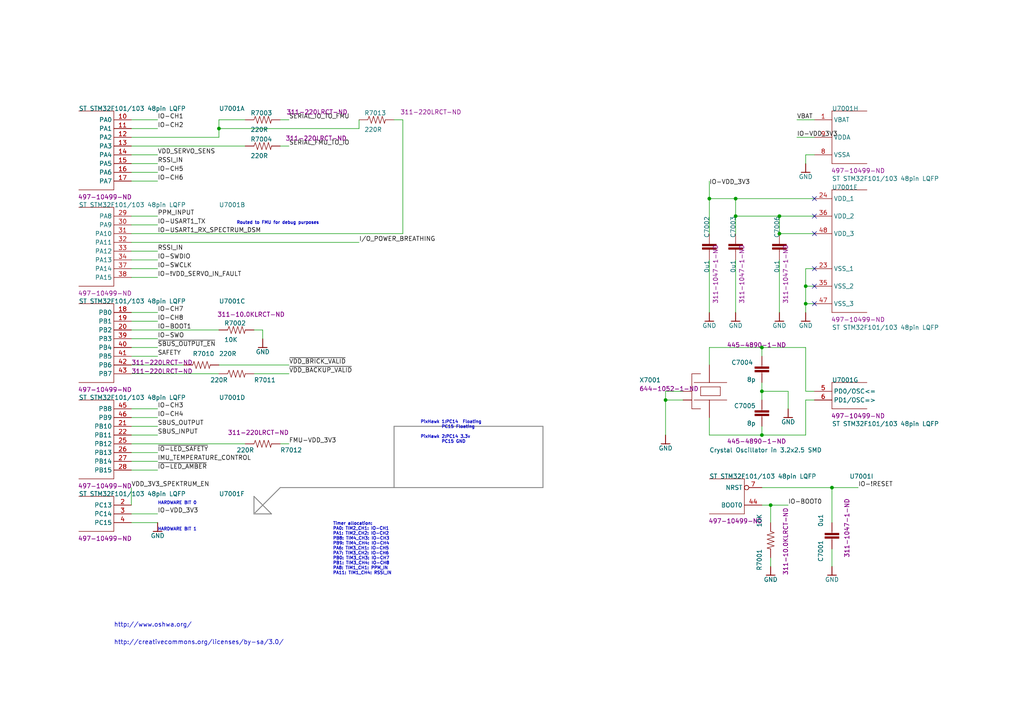
<source format=kicad_sch>
(kicad_sch (version 20250114) (generator "eeschema") (generator_version "9.0")
  (paper "A4")
  (title_block (title "Pixhawk_mini_8L.sch") (date "18/08/2014 1:53:23 PM"))
  (lib_symbols
    (symbol "IO_FMU3_REV_C-altium-import:GND_BAR" (power)
      (property "Value" "GND" (at 0 -3.81 0))
      (symbol "GND_BAR_0_0"
        (polyline (pts (xy -1.27 -2.54) (xy 1.27 -2.54)) (stroke (width 0.254)))
        (polyline (pts (xy 0 0) (xy 0 -2.54)) (stroke (width 0.254)))
        (pin power_in line (at 0 0 0) (length 0) (hide yes) (name "GND") (number ""))
      )
    )
    (symbol "pixhawk2:root_0_RESISTOR0402-RES_pixhawk2.IntLib" (pin_numbers (hide yes)) (pin_names (hide yes))
      (symbol "root_0_RESISTOR0402-RES_pixhawk2.IntLib_1_0"
        (polyline (pts (xy -2.159 1.016) (xy -2.54 0)) (stroke (width 0) (color 128 0 0 1)))
        (polyline (pts (xy -1.524 -1.016) (xy -2.159 1.016)) (stroke (width 0) (color 128 0 0 1)))
        (polyline (pts (xy -0.889 1.016) (xy -1.524 -1.016)) (stroke (width 0) (color 128 0 0 1)))
        (polyline (pts (xy -0.254 -1.016) (xy -0.889 1.016)) (stroke (width 0) (color 128 0 0 1)))
        (polyline (pts (xy 0.381 1.016) (xy -0.254 -1.016)) (stroke (width 0) (color 128 0 0 1)))
        (polyline (pts (xy 1.016 -1.016) (xy 0.381 1.016)) (stroke (width 0) (color 128 0 0 1)))
        (polyline (pts (xy 1.651 1.016) (xy 1.016 -1.016)) (stroke (width 0) (color 128 0 0 1)))
        (polyline (pts (xy 2.286 -1.016) (xy 1.651 1.016)) (stroke (width 0) (color 128 0 0 1)))
        (polyline (pts (xy 2.54 0) (xy 2.286 -1.016)) (stroke (width 0) (color 128 0 0 1)))
        (pin passive line (at -5.08 0 0) (length 2.54) (name "1") (number "P$1"))
        (pin passive line (at 5.08 0 180) (length 2.54) (name "2") (number "P$2"))
      )
    )
    (symbol "pixhawk2:root_0_STM32F10XCXT6_pixhawk2.SCHLIB"
      (symbol "root_0_STM32F10XCXT6_pixhawk2.SCHLIB_1_0"
        (polyline (pts (xy -2.54 10.16) (xy 7.62 10.16)) (stroke (width 0) (color 128 0 0 1)))
        (polyline (pts (xy -2.54 -12.7) (xy -2.54 10.16)) (stroke (width 0) (color 128 0 0 1)))
        (polyline (pts (xy 7.62 -12.7) (xy -2.54 -12.7)) (stroke (width 0) (color 128 0 0 1)))
        (pin passive line (at -7.62 7.62 0) (length 5.08) (name "PA0") (number "10"))
        (pin passive line (at -7.62 5.08 0) (length 5.08) (name "PA1") (number "11"))
        (pin passive line (at -7.62 2.54 0) (length 5.08) (name "PA2") (number "12"))
        (pin passive line (at -7.62 0 0) (length 5.08) (name "PA3") (number "13"))
        (pin passive line (at -7.62 -2.54 0) (length 5.08) (name "PA4") (number "14"))
        (pin passive line (at -7.62 -5.08 0) (length 5.08) (name "PA5") (number "15"))
        (pin passive line (at -7.62 -7.62 0) (length 5.08) (name "PA6") (number "16"))
        (pin passive line (at -7.62 -10.16 0) (length 5.08) (name "PA7") (number "17"))
      )
      (symbol "root_0_STM32F10XCXT6_pixhawk2.SCHLIB_2_0"
        (polyline (pts (xy -2.54 12.7) (xy 7.62 12.7)) (stroke (width 0) (color 128 0 0 1)))
        (polyline (pts (xy -2.54 -10.16) (xy -2.54 12.7)) (stroke (width 0) (color 128 0 0 1)))
        (polyline (pts (xy 7.62 -10.16) (xy -2.54 -10.16)) (stroke (width 0) (color 128 0 0 1)))
        (pin passive line (at -7.62 10.16 0) (length 5.08) (name "PA8") (number "29"))
        (pin passive line (at -7.62 7.62 0) (length 5.08) (name "PA9") (number "30"))
        (pin passive line (at -7.62 5.08 0) (length 5.08) (name "PA10") (number "31"))
        (pin passive line (at -7.62 2.54 0) (length 5.08) (name "PA11") (number "32"))
        (pin passive line (at -7.62 0 0) (length 5.08) (name "PA12") (number "33"))
        (pin passive line (at -7.62 -2.54 0) (length 5.08) (name "PA13") (number "34"))
        (pin passive line (at -7.62 -5.08 0) (length 5.08) (name "PA14") (number "37"))
        (pin passive line (at -7.62 -7.62 0) (length 5.08) (name "PA15") (number "38"))
      )
      (symbol "root_0_STM32F10XCXT6_pixhawk2.SCHLIB_3_0"
        (polyline (pts (xy -5.08 -10.16) (xy 5.08 -10.16)) (stroke (width 0) (color 128 0 0 1)))
        (polyline (pts (xy 5.08 12.7) (xy -5.08 12.7)) (stroke (width 0) (color 128 0 0 1)))
        (polyline (pts (xy 5.08 -10.16) (xy 5.08 12.7)) (stroke (width 0) (color 128 0 0 1)))
        (pin passive line (at 10.16 10.16 180) (length 5.08) (name "PB0") (number "18"))
        (pin passive line (at 10.16 7.62 180) (length 5.08) (name "PB1") (number "19"))
        (pin passive line (at 10.16 5.08 180) (length 5.08) (name "PB2") (number "20"))
        (pin passive line (at 10.16 2.54 180) (length 5.08) (name "PB3") (number "39"))
        (pin passive line (at 10.16 0 180) (length 5.08) (name "PB4") (number "40"))
        (pin passive line (at 10.16 -2.54 180) (length 5.08) (name "PB5") (number "41"))
        (pin passive line (at 10.16 -5.08 180) (length 5.08) (name "PB6") (number "42"))
        (pin passive line (at 10.16 -7.62 180) (length 5.08) (name "PB7") (number "43"))
      )
      (symbol "root_0_STM32F10XCXT6_pixhawk2.SCHLIB_4_0"
        (polyline (pts (xy -5.08 -12.7) (xy 5.08 -12.7)) (stroke (width 0) (color 128 0 0 1)))
        (polyline (pts (xy 5.08 10.16) (xy -5.08 10.16)) (stroke (width 0) (color 128 0 0 1)))
        (polyline (pts (xy 5.08 -12.7) (xy 5.08 10.16)) (stroke (width 0) (color 128 0 0 1)))
        (pin passive line (at 10.16 7.62 180) (length 5.08) (name "PB8") (number "45"))
        (pin passive line (at 10.16 5.08 180) (length 5.08) (name "PB9") (number "46"))
        (pin passive line (at 10.16 2.54 180) (length 5.08) (name "PB10") (number "21"))
        (pin passive line (at 10.16 0 180) (length 5.08) (name "PB11") (number "22"))
        (pin passive line (at 10.16 -2.54 180) (length 5.08) (name "PB12") (number "25"))
        (pin passive line (at 10.16 -5.08 180) (length 5.08) (name "PB13") (number "26"))
        (pin passive line (at 10.16 -7.62 180) (length 5.08) (name "PB14") (number "27"))
        (pin passive line (at 10.16 -10.16 180) (length 5.08) (name "PB15") (number "28"))
      )
      (symbol "root_0_STM32F10XCXT6_pixhawk2.SCHLIB_5_0"
        (polyline (pts (xy -5.08 17.78) (xy 5.08 17.78)) (stroke (width 0) (color 128 0 0 1)))
        (polyline (pts (xy -5.08 -17.78) (xy -5.08 17.78)) (stroke (width 0) (color 128 0 0 1)))
        (polyline (pts (xy 5.08 -17.78) (xy -5.08 -17.78)) (stroke (width 0) (color 128 0 0 1)))
        (pin power_in line (at -10.16 15.24 0) (length 5.08) (name "VDD_1") (number "24"))
        (pin power_in line (at -10.16 10.16 0) (length 5.08) (name "VDD_2") (number "36"))
        (pin power_in line (at -10.16 5.08 0) (length 5.08) (name "VDD_3") (number "48"))
        (pin power_in line (at -10.16 -5.08 0) (length 5.08) (name "VSS_1") (number "23"))
        (pin power_in line (at -10.16 -10.16 0) (length 5.08) (name "VSS_2") (number "35"))
        (pin power_in line (at -10.16 -15.24 0) (length 5.08) (name "VSS_3") (number "47"))
      )
      (symbol "root_0_STM32F10XCXT6_pixhawk2.SCHLIB_6_0"
        (polyline (pts (xy -2.54 5.08) (xy 7.62 5.08)) (stroke (width 0) (color 128 0 0 1)))
        (polyline (pts (xy -2.54 -5.08) (xy -2.54 5.08)) (stroke (width 0) (color 128 0 0 1)))
        (polyline (pts (xy 7.62 -5.08) (xy -2.54 -5.08)) (stroke (width 0) (color 128 0 0 1)))
        (pin passive line (at -7.62 2.54 0) (length 5.08) (name "PC13") (number "2"))
        (pin passive line (at -7.62 0 0) (length 5.08) (name "PC14") (number "3"))
        (pin passive line (at -7.62 -2.54 0) (length 5.08) (name "PC15") (number "4"))
      )
      (symbol "root_0_STM32F10XCXT6_pixhawk2.SCHLIB_7_0"
        (polyline (pts (xy -7.62 -5.08) (xy 2.54 -5.08)) (stroke (width 0) (color 128 0 0 1)))
        (polyline (pts (xy 2.54 2.54) (xy -7.62 2.54)) (stroke (width 0) (color 128 0 0 1)))
        (polyline (pts (xy 2.54 -5.08) (xy 2.54 2.54)) (stroke (width 0) (color 128 0 0 1)))
        (pin passive line (at 7.62 0 180) (length 5.08) (name "PD0/OSC<=") (number "5"))
        (pin passive line (at 7.62 -2.54 180) (length 5.08) (name "PD1/OSC=>") (number "6"))
      )
      (symbol "root_0_STM32F10XCXT6_pixhawk2.SCHLIB_8_0"
        (polyline (pts (xy -5.08 -7.62) (xy 5.08 -7.62)) (stroke (width 0) (color 128 0 0 1)))
        (polyline (pts (xy 5.08 7.62) (xy -5.08 7.62)) (stroke (width 0) (color 128 0 0 1)))
        (polyline (pts (xy 5.08 -7.62) (xy 5.08 7.62)) (stroke (width 0) (color 128 0 0 1)))
        (pin power_in line (at 10.16 5.08 180) (length 5.08) (name "VBAT") (number "1"))
        (pin power_in line (at 10.16 0 180) (length 5.08) (name "VDDA") (number "9"))
        (pin power_in line (at 10.16 -5.08 180) (length 5.08) (name "VSSA") (number "8"))
      )
      (symbol "root_0_STM32F10XCXT6_pixhawk2.SCHLIB_9_0"
        (polyline (pts (xy -5.08 -5.08) (xy 5.08 -5.08)) (stroke (width 0) (color 128 0 0 1)))
        (polyline (pts (xy 5.08 5.08) (xy -5.08 5.08)) (stroke (width 0) (color 128 0 0 1)))
        (polyline (pts (xy 5.08 -5.08) (xy 5.08 5.08)) (stroke (width 0) (color 128 0 0 1)))
        (pin passive inverted (at 10.16 2.54 180) (length 5.08) (name "NRST") (number "7"))
        (pin passive line (at 10.16 -2.54 180) (length 5.08) (name "BOOT0") (number "44"))
      )
    )
    (symbol "pixhawk2:root_0_mirrored_CAP0402_pixhawk2.IntLib" (pin_numbers (hide yes)) (pin_names (hide yes))
      (symbol "root_0_mirrored_CAP0402_pixhawk2.IntLib_1_0"
        (polyline (pts (xy 0 2.032) (xy 0 2.54)) (stroke (width 0) (color 128 0 0 1)))
        (polyline (pts (xy 0 0.508) (xy 0 0)) (stroke (width 0) (color 128 0 0 1)))
        (rectangle (start 2.032 2.032) (end -2.032 1.524) (stroke (width 0) (color 128 0 0 1)) (fill (type outline)))
        (rectangle (start 2.032 1.016) (end -2.032 0.508) (stroke (width 0) (color 128 0 0 1)) (fill (type outline)))
        (pin passive line (at 0 5.08 270) (length 2.54) (name "1") (number "P$1"))
        (pin passive line (at 0 -2.54 90) (length 2.54) (name "2") (number "P$2"))
      )
    )
    (symbol "pixhawk2:root_0_mirrored_OSCILLATOR-3.2X2.5_pixhawk2.SCHLIB" (pin_numbers (hide yes)) (pin_names (hide yes))
      (symbol "root_0_mirrored_OSCILLATOR-3.2X2.5_pixhawk2.SCHLIB_1_0"
        (polyline (pts (xy -5.08 7.62) (xy -5.08 -2.54)) (stroke (width 0) (color 128 0 0 1)))
        (polyline (pts (xy -5.08 -2.54) (xy -2.54 -2.54)) (stroke (width 0) (color 128 0 0 1)))
        (polyline (pts (xy -4.445 5.08) (xy 5.08 5.08)) (stroke (width 0) (color 128 0 0 1)))
        (polyline (pts (xy -4.445 0) (xy 5.08 0)) (stroke (width 0) (color 128 0 0 1)))
        (polyline (pts (xy -2.54 7.62) (xy -5.08 7.62)) (stroke (width 0) (color 128 0 0 1)))
        (polyline (pts (xy -2.54 3.81) (xy 3.175 3.81)) (stroke (width 0) (color 128 0 0 1)))
        (polyline (pts (xy -2.54 1.27) (xy -2.54 3.81)) (stroke (width 0) (color 128 0 0 1)))
        (polyline (pts (xy 3.175 3.81) (xy 3.175 1.27)) (stroke (width 0) (color 128 0 0 1)))
        (polyline (pts (xy 3.175 1.27) (xy -2.54 1.27)) (stroke (width 0) (color 128 0 0 1)))
        (pin open_emitter line (at -7.62 2.54 0) (length 2.54) (name "NC_4") (number "4"))
        (pin open_emitter line (at -7.62 0 0) (length 2.54) (name "NC_2") (number "2"))
        (pin passive line (at 0 10.16 270) (length 5.08) (name "3") (number "3"))
        (pin passive line (at 0 -5.08 90) (length 5.08) (name "1") (number "1"))
      )
    )
    (symbol "pixhawk2:root_0_mirrored_STM32F10XCXT6_pixhawk2.SCHLIB"
      (symbol "root_0_mirrored_STM32F10XCXT6_pixhawk2.SCHLIB_1_0"
        (polyline (pts (xy -7.62 -12.7) (xy 2.54 -12.7)) (stroke (width 0) (color 128 0 0 1)))
        (polyline (pts (xy 2.54 10.16) (xy -7.62 10.16)) (stroke (width 0) (color 128 0 0 1)))
        (polyline (pts (xy 2.54 -12.7) (xy 2.54 10.16)) (stroke (width 0) (color 128 0 0 1)))
        (pin passive line (at 7.62 7.62 180) (length 5.08) (name "PA0") (number "10"))
        (pin passive line (at 7.62 5.08 180) (length 5.08) (name "PA1") (number "11"))
        (pin passive line (at 7.62 2.54 180) (length 5.08) (name "PA2") (number "12"))
        (pin passive line (at 7.62 0 180) (length 5.08) (name "PA3") (number "13"))
        (pin passive line (at 7.62 -2.54 180) (length 5.08) (name "PA4") (number "14"))
        (pin passive line (at 7.62 -5.08 180) (length 5.08) (name "PA5") (number "15"))
        (pin passive line (at 7.62 -7.62 180) (length 5.08) (name "PA6") (number "16"))
        (pin passive line (at 7.62 -10.16 180) (length 5.08) (name "PA7") (number "17"))
      )
      (symbol "root_0_mirrored_STM32F10XCXT6_pixhawk2.SCHLIB_2_0"
        (polyline (pts (xy -7.62 -10.16) (xy 2.54 -10.16)) (stroke (width 0) (color 128 0 0 1)))
        (polyline (pts (xy 2.54 12.7) (xy -7.62 12.7)) (stroke (width 0) (color 128 0 0 1)))
        (polyline (pts (xy 2.54 -10.16) (xy 2.54 12.7)) (stroke (width 0) (color 128 0 0 1)))
        (pin passive line (at 7.62 10.16 180) (length 5.08) (name "PA8") (number "29"))
        (pin passive line (at 7.62 7.62 180) (length 5.08) (name "PA9") (number "30"))
        (pin passive line (at 7.62 5.08 180) (length 5.08) (name "PA10") (number "31"))
        (pin passive line (at 7.62 2.54 180) (length 5.08) (name "PA11") (number "32"))
        (pin passive line (at 7.62 0 180) (length 5.08) (name "PA12") (number "33"))
        (pin passive line (at 7.62 -2.54 180) (length 5.08) (name "PA13") (number "34"))
        (pin passive line (at 7.62 -5.08 180) (length 5.08) (name "PA14") (number "37"))
        (pin passive line (at 7.62 -7.62 180) (length 5.08) (name "PA15") (number "38"))
      )
      (symbol "root_0_mirrored_STM32F10XCXT6_pixhawk2.SCHLIB_3_0"
        (polyline (pts (xy -5.08 12.7) (xy 5.08 12.7)) (stroke (width 0) (color 128 0 0 1)))
        (polyline (pts (xy -5.08 -10.16) (xy -5.08 12.7)) (stroke (width 0) (color 128 0 0 1)))
        (polyline (pts (xy 5.08 -10.16) (xy -5.08 -10.16)) (stroke (width 0) (color 128 0 0 1)))
        (pin passive line (at -10.16 10.16 0) (length 5.08) (name "PB0") (number "18"))
        (pin passive line (at -10.16 7.62 0) (length 5.08) (name "PB1") (number "19"))
        (pin passive line (at -10.16 5.08 0) (length 5.08) (name "PB2") (number "20"))
        (pin passive line (at -10.16 2.54 0) (length 5.08) (name "PB3") (number "39"))
        (pin passive line (at -10.16 0 0) (length 5.08) (name "PB4") (number "40"))
        (pin passive line (at -10.16 -2.54 0) (length 5.08) (name "PB5") (number "41"))
        (pin passive line (at -10.16 -5.08 0) (length 5.08) (name "PB6") (number "42"))
        (pin passive line (at -10.16 -7.62 0) (length 5.08) (name "PB7") (number "43"))
      )
      (symbol "root_0_mirrored_STM32F10XCXT6_pixhawk2.SCHLIB_4_0"
        (polyline (pts (xy -5.08 10.16) (xy 5.08 10.16)) (stroke (width 0) (color 128 0 0 1)))
        (polyline (pts (xy -5.08 -12.7) (xy -5.08 10.16)) (stroke (width 0) (color 128 0 0 1)))
        (polyline (pts (xy 5.08 -12.7) (xy -5.08 -12.7)) (stroke (width 0) (color 128 0 0 1)))
        (pin passive line (at -10.16 7.62 0) (length 5.08) (name "PB8") (number "45"))
        (pin passive line (at -10.16 5.08 0) (length 5.08) (name "PB9") (number "46"))
        (pin passive line (at -10.16 2.54 0) (length 5.08) (name "PB10") (number "21"))
        (pin passive line (at -10.16 0 0) (length 5.08) (name "PB11") (number "22"))
        (pin passive line (at -10.16 -2.54 0) (length 5.08) (name "PB12") (number "25"))
        (pin passive line (at -10.16 -5.08 0) (length 5.08) (name "PB13") (number "26"))
        (pin passive line (at -10.16 -7.62 0) (length 5.08) (name "PB14") (number "27"))
        (pin passive line (at -10.16 -10.16 0) (length 5.08) (name "PB15") (number "28"))
      )
      (symbol "root_0_mirrored_STM32F10XCXT6_pixhawk2.SCHLIB_5_0"
        (polyline (pts (xy -5.08 -17.78) (xy 5.08 -17.78)) (stroke (width 0) (color 128 0 0 1)))
        (polyline (pts (xy 5.08 17.78) (xy -5.08 17.78)) (stroke (width 0) (color 128 0 0 1)))
        (polyline (pts (xy 5.08 -17.78) (xy 5.08 17.78)) (stroke (width 0) (color 128 0 0 1)))
        (pin power_in line (at 10.16 15.24 180) (length 5.08) (name "VDD_1") (number "24"))
        (pin power_in line (at 10.16 10.16 180) (length 5.08) (name "VDD_2") (number "36"))
        (pin power_in line (at 10.16 5.08 180) (length 5.08) (name "VDD_3") (number "48"))
        (pin power_in line (at 10.16 -5.08 180) (length 5.08) (name "VSS_1") (number "23"))
        (pin power_in line (at 10.16 -10.16 180) (length 5.08) (name "VSS_2") (number "35"))
        (pin power_in line (at 10.16 -15.24 180) (length 5.08) (name "VSS_3") (number "47"))
      )
      (symbol "root_0_mirrored_STM32F10XCXT6_pixhawk2.SCHLIB_6_0"
        (polyline (pts (xy -7.62 -5.08) (xy 2.54 -5.08)) (stroke (width 0) (color 128 0 0 1)))
        (polyline (pts (xy 2.54 5.08) (xy -7.62 5.08)) (stroke (width 0) (color 128 0 0 1)))
        (polyline (pts (xy 2.54 -5.08) (xy 2.54 5.08)) (stroke (width 0) (color 128 0 0 1)))
        (pin passive line (at 7.62 2.54 180) (length 5.08) (name "PC13") (number "2"))
        (pin passive line (at 7.62 0 180) (length 5.08) (name "PC14") (number "3"))
        (pin passive line (at 7.62 -2.54 180) (length 5.08) (name "PC15") (number "4"))
      )
      (symbol "root_0_mirrored_STM32F10XCXT6_pixhawk2.SCHLIB_7_0"
        (polyline (pts (xy -2.54 2.54) (xy 7.62 2.54)) (stroke (width 0) (color 128 0 0 1)))
        (polyline (pts (xy -2.54 -5.08) (xy -2.54 2.54)) (stroke (width 0) (color 128 0 0 1)))
        (polyline (pts (xy 7.62 -5.08) (xy -2.54 -5.08)) (stroke (width 0) (color 128 0 0 1)))
        (pin passive line (at -7.62 0 0) (length 5.08) (name "PD0/OSC<=") (number "5"))
        (pin passive line (at -7.62 -2.54 0) (length 5.08) (name "PD1/OSC=>") (number "6"))
      )
      (symbol "root_0_mirrored_STM32F10XCXT6_pixhawk2.SCHLIB_8_0"
        (polyline (pts (xy -5.08 7.62) (xy 5.08 7.62)) (stroke (width 0) (color 128 0 0 1)))
        (polyline (pts (xy -5.08 -7.62) (xy -5.08 7.62)) (stroke (width 0) (color 128 0 0 1)))
        (polyline (pts (xy 5.08 -7.62) (xy -5.08 -7.62)) (stroke (width 0) (color 128 0 0 1)))
        (pin power_in line (at -10.16 5.08 0) (length 5.08) (name "VBAT") (number "1"))
        (pin power_in line (at -10.16 0 0) (length 5.08) (name "VDDA") (number "9"))
        (pin power_in line (at -10.16 -5.08 0) (length 5.08) (name "VSSA") (number "8"))
      )
      (symbol "root_0_mirrored_STM32F10XCXT6_pixhawk2.SCHLIB_9_0"
        (polyline (pts (xy -5.08 5.08) (xy 5.08 5.08)) (stroke (width 0) (color 128 0 0 1)))
        (polyline (pts (xy -5.08 -5.08) (xy -5.08 5.08)) (stroke (width 0) (color 128 0 0 1)))
        (polyline (pts (xy 5.08 -5.08) (xy -5.08 -5.08)) (stroke (width 0) (color 128 0 0 1)))
        (pin passive inverted (at -10.16 2.54 0) (length 5.08) (name "NRST") (number "7"))
        (pin passive line (at -10.16 -2.54 0) (length 5.08) (name "BOOT0") (number "44"))
      )
    )
    (symbol "pixhawk2:root_2_CAP0402_pixhawk2.IntLib" (pin_numbers (hide yes)) (pin_names (hide yes))
      (symbol "root_2_CAP0402_pixhawk2.IntLib_1_0"
        (polyline (pts (xy 0 -0.508) (xy 0 0)) (stroke (width 0) (color 128 0 0 1)))
        (polyline (pts (xy 0 -2.032) (xy 0 -2.54)) (stroke (width 0) (color 128 0 0 1)))
        (rectangle (start 2.032 -0.508) (end -2.032 -1.016) (stroke (width 0) (color 128 0 0 1)) (fill (type outline)))
        (rectangle (start 2.032 -1.524) (end -2.032 -2.032) (stroke (width 0) (color 128 0 0 1)) (fill (type outline)))
        (pin passive line (at 0 2.54 270) (length 2.54) (name "2") (number "P$2"))
        (pin passive line (at 0 -5.08 90) (length 2.54) (name "1") (number "P$1"))
      )
    )
    (symbol "pixhawk2:root_3_RESISTOR0402-RES_pixhawk2.IntLib" (pin_numbers (hide yes)) (pin_names (hide yes))
      (symbol "root_3_RESISTOR0402-RES_pixhawk2.IntLib_1_0"
        (polyline (pts (xy -1.016 1.524) (xy 1.016 2.159)) (stroke (width 0) (color 128 0 0 1)))
        (polyline (pts (xy -1.016 0.254) (xy 1.016 0.889)) (stroke (width 0) (color 128 0 0 1)))
        (polyline (pts (xy -1.016 -1.016) (xy 1.016 -0.381)) (stroke (width 0) (color 128 0 0 1)))
        (polyline (pts (xy -1.016 -2.286) (xy 1.016 -1.651)) (stroke (width 0) (color 128 0 0 1)))
        (polyline (pts (xy 0 -2.54) (xy -1.016 -2.286)) (stroke (width 0) (color 128 0 0 1)))
        (polyline (pts (xy 1.016 2.159) (xy 0 2.54)) (stroke (width 0) (color 128 0 0 1)))
        (polyline (pts (xy 1.016 0.889) (xy -1.016 1.524)) (stroke (width 0) (color 128 0 0 1)))
        (polyline (pts (xy 1.016 -0.381) (xy -1.016 0.254)) (stroke (width 0) (color 128 0 0 1)))
        (polyline (pts (xy 1.016 -1.651) (xy -1.016 -1.016)) (stroke (width 0) (color 128 0 0 1)))
        (pin passive line (at 0 5.08 270) (length 2.54) (name "1") (number "P$1"))
        (pin passive line (at 0 -5.08 90) (length 2.54) (name "2") (number "P$2"))
      )
    )
    (symbol "root_0_RESISTOR0402-RES_pixhawk2.IntLib_1" (pin_numbers (hide yes)) (pin_names (hide yes))
      (symbol "root_0_RESISTOR0402-RES_pixhawk2.IntLib_1_1_0"
        (polyline (pts (xy -2.159 1.016) (xy -2.54 0)) (stroke (width 0) (color 128 0 0 1)))
        (polyline (pts (xy -1.524 -1.016) (xy -2.159 1.016)) (stroke (width 0) (color 128 0 0 1)))
        (polyline (pts (xy -0.889 1.016) (xy -1.524 -1.016)) (stroke (width 0) (color 128 0 0 1)))
        (polyline (pts (xy -0.254 -1.016) (xy -0.889 1.016)) (stroke (width 0) (color 128 0 0 1)))
        (polyline (pts (xy 0.381 1.016) (xy -0.254 -1.016)) (stroke (width 0) (color 128 0 0 1)))
        (polyline (pts (xy 1.016 -1.016) (xy 0.381 1.016)) (stroke (width 0) (color 128 0 0 1)))
        (polyline (pts (xy 1.651 1.016) (xy 1.016 -1.016)) (stroke (width 0) (color 128 0 0 1)))
        (polyline (pts (xy 2.286 -1.016) (xy 1.651 1.016)) (stroke (width 0) (color 128 0 0 1)))
        (polyline (pts (xy 2.54 0) (xy 2.286 -1.016)) (stroke (width 0) (color 128 0 0 1)))
        (pin passive line (at -5.08 0 0) (length 2.54) (name "1") (number "P$1"))
        (pin passive line (at 5.08 0 180) (length 2.54) (name "2") (number "P$2"))
      )
    )
    (symbol "root_0_mirrored_CAP0402_pixhawk2.IntLib_1" (pin_numbers (hide yes)) (pin_names (hide yes))
      (symbol "root_0_mirrored_CAP0402_pixhawk2.IntLib_1_1_0"
        (polyline (pts (xy 0 2.032) (xy 0 2.54)) (stroke (width 0) (color 128 0 0 1)))
        (polyline (pts (xy 0 0.508) (xy 0 0)) (stroke (width 0) (color 128 0 0 1)))
        (rectangle (start 2.032 2.032) (end -2.032 1.524) (stroke (width 0) (color 128 0 0 1)) (fill (type outline)))
        (rectangle (start 2.032 1.016) (end -2.032 0.508) (stroke (width 0) (color 128 0 0 1)) (fill (type outline)))
        (pin passive line (at 0 5.08 270) (length 2.54) (name "1") (number "P$1"))
        (pin passive line (at 0 -2.54 90) (length 2.54) (name "2") (number "P$2"))
      )
    )
    (symbol "root_0_mirrored_CAP0402_pixhawk2.IntLib_2" (pin_numbers (hide yes)) (pin_names (hide yes))
      (symbol "root_0_mirrored_CAP0402_pixhawk2.IntLib_2_1_0"
        (polyline (pts (xy 0 2.032) (xy 0 2.54)) (stroke (width 0) (color 128 0 0 1)))
        (polyline (pts (xy 0 0.508) (xy 0 0)) (stroke (width 0) (color 128 0 0 1)))
        (rectangle (start 2.032 2.032) (end -2.032 1.524) (stroke (width 0) (color 128 0 0 1)) (fill (type outline)))
        (rectangle (start 2.032 1.016) (end -2.032 0.508) (stroke (width 0) (color 128 0 0 1)) (fill (type outline)))
        (pin passive line (at 0 5.08 270) (length 2.54) (name "1") (number "P$1"))
        (pin passive line (at 0 -2.54 90) (length 2.54) (name "2") (number "P$2"))
      )
    )
    (symbol "root_0_mirrored_CAP0402_pixhawk2.IntLib_3" (pin_numbers (hide yes)) (pin_names (hide yes))
      (symbol "root_0_mirrored_CAP0402_pixhawk2.IntLib_3_1_0"
        (polyline (pts (xy 0 2.032) (xy 0 2.54)) (stroke (width 0) (color 128 0 0 1)))
        (polyline (pts (xy 0 0.508) (xy 0 0)) (stroke (width 0) (color 128 0 0 1)))
        (rectangle (start 2.032 2.032) (end -2.032 1.524) (stroke (width 0) (color 128 0 0 1)) (fill (type outline)))
        (rectangle (start 2.032 1.016) (end -2.032 0.508) (stroke (width 0) (color 128 0 0 1)) (fill (type outline)))
        (pin passive line (at 0 5.08 270) (length 2.54) (name "1") (number "P$1"))
        (pin passive line (at 0 -2.54 90) (length 2.54) (name "2") (number "P$2"))
      )
    )
  )
  (text "Routed to FMU for debug purposes" (at 68.58 65.2272 0) (effects (font (size 0.889 0.889) (thickness 0.1778) (bold yes)) (justify left bottom)))
  (text "PixHawk 1:PC14  Floating\n         PC15 Floating\n\nPixHawk 2:PC14 3.3v\n         PC15 GND" (at 121.92 128.7272 0) (effects (font (size 0.889 0.889) (thickness 0.1778) (bold yes)) (justify left bottom)))
  (text "Timer allocation:\nPA0: TIM2_CH1: IO-CH1\nPA1: TIM2_CH2: IO-CH2\nPB8: TIM4_CH3: IO-CH3\nPB9: TIM4_CH4: IO-CH4\nPA6: TIM3_CH1: IO-CH5\nPA7: TIM3_CH2: IO-CH6\nPB0: TIM3_CH3: IO-CH7\nPB1: TIM3_CH4: IO-CH8\nPA8: TIM1_CH1: PPM_IN\nPA11: TIM1_CH4: RSSI_IN" (at 96.52 166.8272 0) (effects (font (size 0.889 0.889) (thickness 0.1778) (bold yes)) (justify left bottom)))
  (text "HARDWARE BIT 0" (at 45.72 146.5072 0) (effects (font (size 0.889 0.889) (thickness 0.1778) (bold yes)) (justify left bottom)))
  (text "HARDWARE BIT 1" (at 45.72 154.1272 0) (effects (font (size 0.889 0.889) (thickness 0.1778) (bold yes)) (justify left bottom)))
  (text "http://creativecommons.org/licenses/by-sa/3.0/" (at 33.02 187.1472 0) (effects (font (size 1.27 1.27)) (justify left bottom)))
  (text "http://www.oshwa.org/" (at 33.02 182.0672 0) (effects (font (size 1.27 1.27)) (justify left bottom)))
  (junction (at 220.98 113.4872))
  (junction (at 233.68 88.0872))
  (junction (at 220.98 100.7872))
  (junction (at 241.3 141.4272))
  (junction (at 193.04 116.0272))
  (junction (at 226.06 62.6872))
  (junction (at 213.36 57.6072))
  (junction (at 223.52 146.5072))
  (junction (at 226.06 67.7672))
  (junction (at 205.74 57.6072))
  (junction (at 213.36 62.6872))
  (junction (at 233.68 83.0072))
  (junction (at 63.5 37.2872))
  (junction (at 220.98 126.1872))
  (no_connect (at 236.22 57.6072))
  (no_connect (at 236.22 77.9272))
  (no_connect (at 236.22 62.6872))
  (no_connect (at 236.22 88.0872))
  (no_connect (at 236.22 83.0072))
  (no_connect (at 236.22 67.7672))
  (wire (pts (xy 220.98 113.4872) (xy 228.6 113.4872)))
  (wire (pts (xy 241.3 141.4272) (xy 248.92 141.4272)))
  (wire (pts (xy 231.14 34.7472) (xy 236.22 34.7472)))
  (wire (pts (xy 38.1 80.4672) (xy 45.72 80.4672)))
  (wire (pts (xy 193.04 116.0272) (xy 193.04 113.4872)))
  (wire (pts (xy 233.68 88.0872) (xy 233.68 83.0072)))
  (wire (pts (xy 81.28 128.7272) (xy 83.82 128.7272)))
  (wire (pts (xy 38.1 90.6272) (xy 45.72 90.6272)))
  (wire (pts (xy 38.1 121.1072) (xy 45.72 121.1072)))
  (wire (pts (xy 38.1 47.4472) (xy 45.72 47.4472)))
  (wire (pts (xy 38.1 151.5872) (xy 45.72 151.5872)))
  (wire (pts (xy 213.36 67.7672) (xy 213.36 62.6872)))
  (wire (pts (xy 213.36 62.6872) (xy 226.06 62.6872)))
  (wire (pts (xy 114.3 34.7472) (xy 116.84 34.7472)))
  (wire (pts (xy 220.98 113.4872) (xy 220.98 110.9472)))
  (wire (pts (xy 38.1 100.7872) (xy 45.72 100.7872)))
  (wire (pts (xy 38.1 39.8272) (xy 63.5 39.8272)))
  (wire (pts (xy 38.1 70.3072) (xy 104.14 70.3072)))
  (wire (pts (xy 38.1 65.2272) (xy 45.72 65.2272)))
  (wire (pts (xy 205.74 105.8672) (xy 205.74 100.7872)))
  (wire (pts (xy 38.1 49.9872) (xy 45.72 49.9872)))
  (wire (pts (xy 73.66 95.7072) (xy 76.2 95.7072)))
  (polyline (pts (xy 157.48 141.4272) (xy 114.3 141.4272)) (stroke (width 0.254) (type solid) (color 128 128 128 1)))
  (polyline (pts (xy 114.3 141.4272) (xy 114.3 123.6472)) (stroke (width 0.254) (type solid) (color 128 128 128 1)))
  (wire (pts (xy 220.98 116.0272) (xy 220.98 113.4872)))
  (wire (pts (xy 38.1 37.2872) (xy 45.72 37.2872)))
  (wire (pts (xy 205.74 67.7672) (xy 205.74 57.6072)))
  (wire (pts (xy 233.68 88.0872) (xy 236.22 88.0872)))
  (wire (pts (xy 228.6 118.5672) (xy 228.6 113.4872)))
  (wire (pts (xy 205.74 57.6072) (xy 213.36 57.6072)))
  (wire (pts (xy 38.1 108.4072) (xy 63.5 108.4072)))
  (wire (pts (xy 63.5 39.8272) (xy 63.5 37.2872)))
  (wire (pts (xy 220.98 146.5072) (xy 223.52 146.5072)))
  (wire (pts (xy 38.1 136.3472) (xy 45.72 136.3472)))
  (wire (pts (xy 63.5 37.2872) (xy 63.5 34.7472)))
  (wire (pts (xy 116.84 34.7472) (xy 116.84 67.7672)))
  (wire (pts (xy 73.66 108.4072) (xy 83.82 108.4072)))
  (wire (pts (xy 38.1 105.8672) (xy 53.34 105.8672)))
  (wire (pts (xy 38.1 34.7472) (xy 45.72 34.7472)))
  (wire (pts (xy 193.04 126.1872) (xy 193.04 116.0272)))
  (wire (pts (xy 213.36 62.6872) (xy 213.36 57.6072)))
  (wire (pts (xy 220.98 103.3272) (xy 220.98 100.7872)))
  (wire (pts (xy 226.06 67.7672) (xy 226.06 62.6872)))
  (polyline (pts (xy 78.74 149.0472) (xy 73.66 143.9672)) (stroke (width 0.254) (type solid) (color 128 128 128 1)))
  (wire (pts (xy 38.1 128.7272) (xy 71.12 128.7272)))
  (wire (pts (xy 38.1 118.5672) (xy 45.72 118.5672)))
  (wire (pts (xy 38.1 93.1672) (xy 45.72 93.1672)))
  (wire (pts (xy 233.68 47.4472) (xy 233.68 44.9072)))
  (wire (pts (xy 241.3 151.5872) (xy 241.3 141.4272)))
  (wire (pts (xy 205.74 57.6072) (xy 205.74 52.5272)))
  (wire (pts (xy 38.1 131.2672) (xy 45.72 131.2672)))
  (wire (pts (xy 38.1 123.6472) (xy 45.72 123.6472)))
  (wire (pts (xy 81.28 42.3672) (xy 83.82 42.3672)))
  (wire (pts (xy 205.74 90.6272) (xy 205.74 75.3872)))
  (wire (pts (xy 63.5 34.7472) (xy 71.12 34.7472)))
  (wire (pts (xy 223.52 151.5872) (xy 223.52 146.5072)))
  (wire (pts (xy 205.74 126.1872) (xy 220.98 126.1872)))
  (polyline (pts (xy 114.3 123.6472) (xy 157.48 123.6472)) (stroke (width 0.254) (type solid) (color 128 128 128 1)))
  (wire (pts (xy 233.68 116.0272) (xy 236.22 116.0272)))
  (wire (pts (xy 233.68 126.1872) (xy 233.68 116.0272)))
  (polyline (pts (xy 157.48 123.6472) (xy 157.48 141.4272)) (stroke (width 0.254) (type solid) (color 128 128 128 1)))
  (wire (pts (xy 233.68 90.6272) (xy 233.68 88.0872)))
  (wire (pts (xy 38.1 44.9072) (xy 45.72 44.9072)))
  (wire (pts (xy 38.1 126.1872) (xy 45.72 126.1872)))
  (wire (pts (xy 231.14 39.8272) (xy 236.22 39.8272)))
  (wire (pts (xy 76.2 98.2472) (xy 76.2 95.7072)))
  (wire (pts (xy 226.06 67.7672) (xy 236.22 67.7672)))
  (wire (pts (xy 38.1 149.0472) (xy 45.72 149.0472)))
  (wire (pts (xy 241.3 164.2872) (xy 241.3 159.2072)))
  (wire (pts (xy 38.1 67.7672) (xy 116.84 67.7672)))
  (wire (pts (xy 38.1 75.3872) (xy 45.72 75.3872)))
  (wire (pts (xy 220.98 141.4272) (xy 241.3 141.4272)))
  (wire (pts (xy 38.1 77.9272) (xy 45.72 77.9272)))
  (wire (pts (xy 205.74 100.7872) (xy 220.98 100.7872)))
  (wire (pts (xy 38.1 52.5272) (xy 45.72 52.5272)))
  (polyline (pts (xy 73.66 143.9672) (xy 73.66 149.0472)) (stroke (width 0.254) (type solid) (color 128 128 128 1)))
  (wire (pts (xy 38.1 42.3672) (xy 71.12 42.3672)))
  (wire (pts (xy 38.1 103.3272) (xy 45.72 103.3272)))
  (wire (pts (xy 233.68 83.0072) (xy 236.22 83.0072)))
  (wire (pts (xy 38.1 72.8472) (xy 45.72 72.8472)))
  (wire (pts (xy 220.98 126.1872) (xy 220.98 123.6472)))
  (polyline (pts (xy 81.28 141.4272) (xy 114.3 141.4272)) (stroke (width 0.254) (type solid) (color 128 128 128 1)))
  (wire (pts (xy 193.04 113.4872) (xy 198.12 113.4872)))
  (wire (pts (xy 38.1 133.8072) (xy 45.72 133.8072)))
  (polyline (pts (xy 73.66 149.0472) (xy 81.28 141.4272)) (stroke (width 0.254) (type solid) (color 128 128 128 1)))
  (wire (pts (xy 220.98 126.1872) (xy 233.68 126.1872)))
  (wire (pts (xy 213.36 90.6272) (xy 213.36 75.3872)))
  (wire (pts (xy 81.28 34.7472) (xy 83.82 34.7472)))
  (wire (pts (xy 38.1 95.7072) (xy 63.5 95.7072)))
  (polyline (pts (xy 73.66 149.0472) (xy 78.74 149.0472)) (stroke (width 0.254) (type solid) (color 128 128 128 1)))
  (wire (pts (xy 233.68 44.9072) (xy 236.22 44.9072)))
  (wire (pts (xy 104.14 37.2872) (xy 104.14 34.7472)))
  (wire (pts (xy 223.52 164.2872) (xy 223.52 161.7472)))
  (wire (pts (xy 233.68 83.0072) (xy 233.68 77.9272)))
  (wire (pts (xy 233.68 113.4872) (xy 236.22 113.4872)))
  (wire (pts (xy 38.1 98.2472) (xy 45.72 98.2472)))
  (wire (pts (xy 38.1 62.6872) (xy 45.72 62.6872)))
  (wire (pts (xy 226.06 90.6272) (xy 226.06 75.3872)))
  (wire (pts (xy 205.74 126.1872) (xy 205.74 121.1072)))
  (wire (pts (xy 226.06 62.6872) (xy 236.22 62.6872)))
  (wire (pts (xy 233.68 113.4872) (xy 233.68 100.7872)))
  (wire (pts (xy 213.36 57.6072) (xy 236.22 57.6072)))
  (wire (pts (xy 63.5 37.2872) (xy 104.14 37.2872)))
  (wire (pts (xy 38.1 146.5072) (xy 38.1 141.4272)))
  (wire (pts (xy 233.68 77.9272) (xy 236.22 77.9272)))
  (wire (pts (xy 193.04 116.0272) (xy 198.12 116.0272)))
  (wire (pts (xy 223.52 146.5072) (xy 228.6 146.5072)))
  (wire (pts (xy 220.98 100.7872) (xy 233.68 100.7872)))
  (wire (pts (xy 63.5 105.8672) (xy 83.82 105.8672)))
  (label "VDD_3V3_SPEKTRUM_EN" (at 38.1 141.4272 0))
  (label "IO-!RESET" (at 248.92 141.4272 0))
  (label "IO-SWDIO" (at 45.72 75.3872 0))
  (label "IO-CH8" (at 45.72 93.1672 0))
  (label "~{IO-LED_SAFETY}" (at 45.72 131.2672 0))
  (label "IO-CH4" (at 45.72 121.1072 0))
  (label "IO-USART1_TX" (at 45.72 65.2272 0))
  (label "SAFETY" (at 45.72 103.3272 0))
  (label "IO-BOOT1" (at 45.72 95.7072 0))
  (label "IO-!VDD_SERVO_IN_FAULT" (at 45.72 80.4672 0))
  (label "IO-USART1_RX_SPECTRUM_DSM" (at 45.72 67.7672 0))
  (label "I/O_POWER_BREATHING" (at 104.14 70.3072 0))
  (label "IO-VDD_3V3" (at 231.14 39.8272 0))
  (label "RSSI_IN" (at 45.72 72.8472 0))
  (label "IO-SWCLK" (at 45.72 77.9272 0))
  (label "VBAT" (at 231.14 34.7472 0))
  (label "IMU_TEMPERATURE_CONTROL" (at 45.72 133.8072 0))
  (label "IO-CH1" (at 45.72 34.7472 0))
  (label "IO-SWO" (at 45.72 98.2472 0))
  (label "IO-CH6" (at 45.72 52.5272 0))
  (label "SBUS_INPUT" (at 45.72 126.1872 0))
  (label "~{VDD_BACKUP_VALID}" (at 83.82 108.4072 0))
  (label "SERIAL_IO_TO_FMU" (at 83.82 34.7472 0))
  (label "IO-VDD_3V3" (at 45.72 149.0472 0))
  (label "SERIAL_FMU_TO_IO" (at 83.82 42.3672 0))
  (label "RSSI_IN" (at 45.72 47.4472 0))
  (label "IO-VDD_3V3" (at 205.74 53.7972 0))
  (label "IO-CH7" (at 45.72 90.6272 0))
  (label "IO-CH3" (at 45.72 118.5672 0))
  (label "PPM_INPUT" (at 45.72 62.6872 0))
  (label "SBUS_OUTPUT" (at 45.72 123.6472 0))
  (label "~{VDD_BRICK_VALID}" (at 83.82 105.8672 0))
  (label "IO-BOOT0" (at 228.6 146.5072 0))
  (label "VDD_SERVO_SENS" (at 45.72 44.9072 0))
  (label "~{SBUS_OUTPUT_EN}" (at 45.72 100.7872 0))
  (label "~{IO-LED_AMBER}" (at 45.72 136.3472 0))
  (label "IO-CH2" (at 45.72 37.2872 0))
  (label "IO-CH5" (at 45.72 49.9872 0))
  (label "FMU-VDD_3V3" (at 83.82 128.7272 0))
  (symbol (lib_id "pixhawk2:root_0_STM32F10XCXT6_pixhawk2.SCHLIB") (at 246.38 72.8472 0) (unit 5)
    (property "Reference" "U7001" (at 241.3 55.0672 0) (effects (justify left bottom)))
    (property "Value" "ST STM32F101/103 48pin LQFP" (at 241.3 95.7072 0) (effects (justify left bottom)))
    (property "Description" "MCU 32BIT ARM 64K FLASH 48LQFP" (effects (hide yes)))
    (property "SUPPLIER 1" "Digi-Key" (effects (hide yes)))
    (property "SUPPLIER PART NUMBER 1" "497-10499-ND" (at 241.046 93.4212 0) (effects (justify left bottom)))
    (property "3DR_PARTNO" "EMC0842" (effects (hide yes)))
  )
  (symbol (lib_id "pixhawk2:root_0_STM32F10XCXT6_pixhawk2.SCHLIB") (at 210.82 143.9672 0) (unit 9)
    (property "Reference" "U7001" (at 246.38 138.8872 0) (effects (justify left bottom)))
    (property "Value" "ST STM32F101/103 48pin LQFP" (at 205.74 138.8872 0) (effects (justify left bottom)))
    (property "Description" "MCU 32BIT ARM 64K FLASH 48LQFP" (effects (hide yes)))
    (property "SUPPLIER 1" "Digi-Key" (effects (hide yes)))
    (property "SUPPLIER PART NUMBER 1" "497-10499-ND" (at 205.486 151.8412 0) (effects (justify left bottom)))
    (property "3DR_PARTNO" "EMC0842" (effects (hide yes)))
  )
  (symbol (lib_id "pixhawk2:root_0_RESISTOR0402-RES_pixhawk2.IntLib") (at 76.2 34.7472 0) (unit 1)
    (property "Reference" "R7003" (at 72.644 33.5022 0) (effects (justify left bottom)))
    (property "Value" "220R" (at 72.644 38.3032 0) (effects (justify left bottom)))
    (property "Description" "RES 220 OHM 1/16W 1% 0402 SMD" (effects (hide yes)))
    (property "PARTNO" "RC0402FR-07220RL" (effects (hide yes)))
    (property "SUPPLIER 1" "Digi-Key" (effects (hide yes)))
    (property "SUPPLIER PART NUMBER 1" "311-220LRCT-ND" (at 83.058 33.2232 0) (effects (justify left bottom)))
    (property "3DR_PARTNO" "ECM0821" (effects (hide yes)))
    (property "ALTIUM_VALUE" "220R" (effects (hide yes)))
  )
  (symbol (lib_name "root_0_RESISTOR0402-RES_pixhawk2.IntLib_1") (lib_id "pixhawk2:root_0_RESISTOR0402-RES_pixhawk2.IntLib") (at 68.58 95.7072 0) (unit 1)
    (property "Reference" "R7002" (at 65.024 94.4622 0) (effects (justify left bottom)))
    (property "Value" "10K" (at 65.024 99.2632 0) (effects (justify left bottom)))
    (property "Description" "RES 10K OHM 1/16W 1% 0402 SMD" (effects (hide yes)))
    (property "PARTNO" "RC0402FR-0710KL" (effects (hide yes)))
    (property "SUPPLIER 1" "Digi-Key" (effects (hide yes)))
    (property "SUPPLIER PART NUMBER 1" "311-10.0KLRCT-ND" (at 62.992 91.9222 0) (effects (justify left bottom)))
    (property "3DR_PARTNO" "ECM0800" (effects (hide yes)))
    (property "ALTIUM_VALUE" "10K" (effects (hide yes)))
  )
  (symbol (lib_id "pixhawk2:root_0_STM32F10XCXT6_pixhawk2.SCHLIB") (at 27.94 100.7872 0) (unit 3)
    (property "Reference" "U7001" (at 63.5 88.0872 0) (effects (justify left bottom)))
    (property "Value" "ST STM32F101/103 48pin LQFP" (at 22.86 88.0872 0) (effects (justify left bottom)))
    (property "Description" "MCU 32BIT ARM 64K FLASH 48LQFP" (effects (hide yes)))
    (property "SUPPLIER 1" "Digi-Key" (effects (hide yes)))
    (property "SUPPLIER PART NUMBER 1" "497-10499-ND" (at 22.606 113.7412 0) (effects (justify left bottom)))
    (property "3DR_PARTNO" "EMC0842" (effects (hide yes)))
  )
  (symbol (lib_id "IO_FMU3_REV_C-altium-import:GND_BAR") (at 193.04 126.1872 0) (unit 1)
    (property "Reference" "#PWR?" (effects (hide yes)))
    (property "Value" "GND" (at 193.04 129.9972 0))
  )
  (symbol (lib_id "IO_FMU3_REV_C-altium-import:GND_BAR") (at 223.52 164.2872 0) (unit 1)
    (property "Reference" "#PWR?" (effects (hide yes)))
    (property "Value" "GND" (at 223.52 168.0972 0))
  )
  (symbol (lib_id "pixhawk2:root_0_RESISTOR0402-RES_pixhawk2.IntLib") (at 76.2 42.3672 0) (unit 1)
    (property "Reference" "R7004" (at 72.644 41.1222 0) (effects (justify left bottom)))
    (property "Value" "220R" (at 72.644 45.9232 0) (effects (justify left bottom)))
    (property "Description" "RES 220 OHM 1/16W 1% 0402 SMD" (effects (hide yes)))
    (property "PARTNO" "RC0402FR-07220RL" (effects (hide yes)))
    (property "SUPPLIER 1" "Digi-Key" (effects (hide yes)))
    (property "SUPPLIER PART NUMBER 1" "311-220LRCT-ND" (at 82.804 40.8432 0) (effects (justify left bottom)))
    (property "3DR_PARTNO" "ECM0821" (effects (hide yes)))
    (property "ALTIUM_VALUE" "220R" (effects (hide yes)))
  )
  (symbol (lib_id "pixhawk2:root_2_CAP0402_pixhawk2.IntLib") (at 241.3 154.1272 0) (unit 1)
    (property "Reference" "C7001" (at 238.76 156.6672 90) (effects (justify right bottom)))
    (property "Value" "0u1" (at 238.76 149.0472 90) (effects (justify right bottom)))
    (property "Description" "CAP CER 0.1UF 16V Y5V 0402" (effects (hide yes)))
    (property "PARTNO" "CC0402ZRY5V7BB104" (effects (hide yes)))
    (property "SUPPLIER 1" "Digi-Key" (effects (hide yes)))
    (property "SUPPLIER PART NUMBER 1" "311-1047-1-ND" (at 246.38 161.7472 90) (effects (justify left bottom)))
    (property "3DR_PARTNO" "ECM0700" (effects (hide yes)))
    (property "ALTIUM_VALUE" "0u1" (effects (hide yes)))
  )
  (symbol (lib_id "IO_FMU3_REV_C-altium-import:GND_BAR") (at 226.06 90.6272 0) (unit 1)
    (property "Reference" "#PWR?" (effects (hide yes)))
    (property "Value" "GND" (at 226.06 94.4372 0))
  )
  (symbol (lib_id "pixhawk2:root_0_RESISTOR0402-RES_pixhawk2.IntLib") (at 68.58 108.4072 0) (unit 1)
    (property "Reference" "R7011" (at 73.66 110.9472 0) (effects (justify left bottom)))
    (property "Value" "220R" (at 60.96 110.9472 0) (effects (justify left bottom)))
    (property "Description" "RES 220 OHM 1/16W 1% 0402 SMD" (effects (hide yes)))
    (property "PARTNO" "RC0402FR-07220RL" (effects (hide yes)))
    (property "SUPPLIER 1" "Digi-Key" (effects (hide yes)))
    (property "SUPPLIER PART NUMBER 1" "311-220LRCT-ND" (at 38.1 108.4072 0) (effects (justify left bottom)))
    (property "3DR_PARTNO" "ECM0821" (effects (hide yes)))
    (property "ALTIUM_VALUE" "220R" (effects (hide yes)))
  )
  (symbol (lib_id "IO_FMU3_REV_C-altium-import:GND_BAR") (at 241.3 164.2872 0) (unit 1)
    (property "Reference" "#PWR?" (effects (hide yes)))
    (property "Value" "GND" (at 241.3 168.0972 0))
  )
  (symbol (lib_id "IO_FMU3_REV_C-altium-import:GND_BAR") (at 205.74 90.6272 0) (unit 1)
    (property "Reference" "#PWR?" (effects (hide yes)))
    (property "Value" "GND" (at 205.74 94.4372 0))
  )
  (symbol (lib_id "pixhawk2:root_0_mirrored_CAP0402_pixhawk2.IntLib") (at 220.98 108.4072 0) (unit 1)
    (property "Reference" "C7004" (at 218.44 105.8672 0) (effects (justify right bottom)))
    (property "Value" "8p" (at 219.202 110.8202 0) (effects (justify right bottom)))
    (property "Description" "CAP CER 8PF 50V C0G 0402" (effects (hide yes)))
    (property "PARTNO" "C1005C0G1H080C" (effects (hide yes)))
    (property "SUPPLIER 1" "Digi-Key" (effects (hide yes)))
    (property "SUPPLIER PART NUMBER 1" "445-4890-1-ND" (at 210.82 100.7872 0) (effects (justify left bottom)))
    (property "3DR_PARTNO" "ECM0710" (effects (hide yes)))
    (property "ALTIUM_VALUE" "8p" (effects (hide yes)))
  )
  (symbol (lib_id "pixhawk2:root_0_mirrored_STM32F10XCXT6_pixhawk2.SCHLIB") (at 243.84 113.4872 0) (unit 7)
    (property "Reference" "U7001" (at 241.3 110.9472 0) (effects (justify left bottom)))
    (property "Value" "ST STM32F101/103 48pin LQFP" (at 241.3 123.6472 0) (effects (justify left bottom)))
    (property "Description" "MCU 32BIT ARM 64K FLASH 48LQFP" (effects (hide yes)))
    (property "SUPPLIER 1" "Digi-Key" (effects (hide yes)))
    (property "SUPPLIER PART NUMBER 1" "497-10499-ND" (at 241.046 121.3612 0) (effects (justify left bottom)))
    (property "3DR_PARTNO" "EMC0842" (effects (hide yes)))
  )
  (symbol (lib_id "pixhawk2:root_0_mirrored_STM32F10XCXT6_pixhawk2.SCHLIB") (at 30.48 42.3672 0) (unit 1)
    (property "Reference" "U7001" (at 63.5 32.2072 0) (effects (justify left bottom)))
    (property "Value" "ST STM32F101/103 48pin LQFP" (at 22.86 32.2072 0) (effects (justify left bottom)))
    (property "Description" "MCU 32BIT ARM 64K FLASH 48LQFP" (effects (hide yes)))
    (property "SUPPLIER 1" "Digi-Key" (effects (hide yes)))
    (property "SUPPLIER PART NUMBER 1" "497-10499-ND" (at 22.606 57.8612 0) (effects (justify left bottom)))
    (property "3DR_PARTNO" "EMC0842" (effects (hide yes)))
  )
  (symbol (lib_id "IO_FMU3_REV_C-altium-import:GND_BAR") (at 228.6 118.5672 0) (unit 1)
    (property "Reference" "#PWR?" (effects (hide yes)))
    (property "Value" "GND" (at 228.6 122.3772 0))
  )
  (symbol (lib_id "pixhawk2:root_0_STM32F10XCXT6_pixhawk2.SCHLIB") (at 27.94 126.1872 0) (unit 4)
    (property "Reference" "U7001" (at 63.5 116.0272 0) (effects (justify left bottom)))
    (property "Value" "ST STM32F101/103 48pin LQFP" (at 22.86 116.0272 0) (effects (justify left bottom)))
    (property "Description" "MCU 32BIT ARM 64K FLASH 48LQFP" (effects (hide yes)))
    (property "SUPPLIER 1" "Digi-Key" (effects (hide yes)))
    (property "SUPPLIER PART NUMBER 1" "497-10499-ND" (at 22.606 141.6812 0) (effects (justify left bottom)))
    (property "3DR_PARTNO" "EMC0842" (effects (hide yes)))
  )
  (symbol (lib_id "IO_FMU3_REV_C-altium-import:GND_BAR") (at 76.2 98.2472 0) (unit 1)
    (property "Reference" "#PWR?" (effects (hide yes)))
    (property "Value" "GND" (at 76.2 102.0572 0))
  )
  (symbol (lib_id "pixhawk2:root_0_mirrored_STM32F10XCXT6_pixhawk2.SCHLIB") (at 246.38 39.8272 0) (unit 8)
    (property "Reference" "U7001" (at 241.3 32.2072 0) (effects (justify left bottom)))
    (property "Value" "ST STM32F101/103 48pin LQFP" (at 241.3 52.5272 0) (effects (justify left bottom)))
    (property "Description" "MCU 32BIT ARM 64K FLASH 48LQFP" (effects (hide yes)))
    (property "SUPPLIER 1" "Digi-Key" (effects (hide yes)))
    (property "SUPPLIER PART NUMBER 1" "497-10499-ND" (at 241.046 50.2412 0) (effects (justify left bottom)))
    (property "3DR_PARTNO" "EMC0842" (effects (hide yes)))
  )
  (symbol (lib_id "IO_FMU3_REV_C-altium-import:GND_BAR") (at 45.72 151.5872 0) (unit 1)
    (property "Reference" "#PWR?" (effects (hide yes)))
    (property "Value" "GND" (at 45.72 155.3972 0))
  )
  (symbol (lib_id "IO_FMU3_REV_C-altium-import:GND_BAR") (at 213.36 90.6272 0) (unit 1)
    (property "Reference" "#PWR?" (effects (hide yes)))
    (property "Value" "GND" (at 213.36 94.4372 0))
  )
  (symbol (lib_name "root_0_mirrored_CAP0402_pixhawk2.IntLib_2") (lib_id "pixhawk2:root_0_mirrored_CAP0402_pixhawk2.IntLib") (at 205.74 72.8472 0) (unit 1)
    (property "Reference" "C7002" (at 205.74 62.6872 90) (effects (justify right bottom)))
    (property "Value" "0u1" (at 205.74 75.3872 90) (effects (justify right bottom)))
    (property "Description" "CAP CER 0.1UF 16V Y5V 0402" (effects (hide yes)))
    (property "PARTNO" "CC0402ZRY5V7BB104" (effects (hide yes)))
    (property "SUPPLIER 1" "Digi-Key" (effects (hide yes)))
    (property "SUPPLIER PART NUMBER 1" "311-1047-1-ND" (at 208.28 88.0872 90) (effects (justify left bottom)))
    (property "3DR_PARTNO" "ECM0700" (effects (hide yes)))
    (property "ALTIUM_VALUE" "0u1" (effects (hide yes)))
  )
  (symbol (lib_id "pixhawk2:root_0_RESISTOR0402-RES_pixhawk2.IntLib") (at 76.2 128.7272 0) (unit 1)
    (property "Reference" "R7012" (at 81.28 131.2672 0) (effects (justify left bottom)))
    (property "Value" "220R" (at 68.58 131.2672 0) (effects (justify left bottom)))
    (property "Description" "RES 220 OHM 1/16W 1% 0402 SMD" (effects (hide yes)))
    (property "PARTNO" "RC0402FR-07220RL" (effects (hide yes)))
    (property "SUPPLIER 1" "Digi-Key" (effects (hide yes)))
    (property "SUPPLIER PART NUMBER 1" "311-220LRCT-ND" (at 66.04 126.1872 0) (effects (justify left bottom)))
    (property "3DR_PARTNO" "ECM0821" (effects (hide yes)))
    (property "ALTIUM_VALUE" "220R" (effects (hide yes)))
  )
  (symbol (lib_id "IO_FMU3_REV_C-altium-import:GND_BAR") (at 233.68 47.4472 0) (unit 1)
    (property "Reference" "#PWR?" (effects (hide yes)))
    (property "Value" "GND" (at 233.68 51.2572 0))
  )
  (symbol (lib_name "root_0_mirrored_CAP0402_pixhawk2.IntLib_3") (lib_id "pixhawk2:root_0_mirrored_CAP0402_pixhawk2.IntLib") (at 226.06 72.8472 0) (unit 1)
    (property "Reference" "C7006" (at 226.06 62.6872 90) (effects (justify right bottom)))
    (property "Value" "0u1" (at 226.06 75.3872 90) (effects (justify right bottom)))
    (property "Description" "CAP CER 0.1UF 16V Y5V 0402" (effects (hide yes)))
    (property "PARTNO" "CC0402ZRY5V7BB104" (effects (hide yes)))
    (property "SUPPLIER 1" "Digi-Key" (effects (hide yes)))
    (property "SUPPLIER PART NUMBER 1" "311-1047-1-ND" (at 228.6 88.0872 90) (effects (justify left bottom)))
    (property "3DR_PARTNO" "ECM0700" (effects (hide yes)))
    (property "ALTIUM_VALUE" "0u1" (effects (hide yes)))
  )
  (symbol (lib_id "pixhawk2:root_0_mirrored_STM32F10XCXT6_pixhawk2.SCHLIB") (at 30.48 72.8472 0) (unit 2)
    (property "Reference" "U7001" (at 63.5 60.1472 0) (effects (justify left bottom)))
    (property "Value" "ST STM32F101/103 48pin LQFP" (at 22.86 60.1472 0) (effects (justify left bottom)))
    (property "Description" "MCU 32BIT ARM 64K FLASH 48LQFP" (effects (hide yes)))
    (property "SUPPLIER 1" "Digi-Key" (effects (hide yes)))
    (property "SUPPLIER PART NUMBER 1" "497-10499-ND" (at 22.606 85.8012 0) (effects (justify left bottom)))
    (property "3DR_PARTNO" "EMC0842" (effects (hide yes)))
  )
  (symbol (lib_id "pixhawk2:root_0_mirrored_OSCILLATOR-3.2X2.5_pixhawk2.SCHLIB") (at 205.74 116.0272 0) (unit 1)
    (property "Reference" "X7001" (at 185.42 110.9472 0) (effects (justify left bottom)))
    (property "Value" "Crystal Oscillator in 3.2x2.5 SMD" (at 205.74 131.2672 0) (effects (justify left bottom)))
    (property "Description" "CRYSTAL 24MHZ 8PF SMD" (effects (hide yes)))
    (property "SUPPLIER 1" "Digi-Key" (effects (hide yes)))
    (property "SUPPLIER PART NUMBER 1" "644-1052-1-ND" (at 185.42 113.4872 0) (effects (justify left bottom)))
    (property "3DR_PARTNO" "ECM0708" (effects (hide yes)))
    (property "PARTNO" "NX3225SA-24.000MHZ-STD-CSR-1" (effects (hide yes)))
    (property "ALTIUM_VALUE" "24MHz" (effects (hide yes)))
  )
  (symbol (lib_id "IO_FMU3_REV_C-altium-import:GND_BAR") (at 233.68 90.6272 0) (unit 1)
    (property "Reference" "#PWR?" (effects (hide yes)))
    (property "Value" "GND" (at 233.68 94.4372 0))
  )
  (symbol (lib_id "pixhawk2:root_3_RESISTOR0402-RES_pixhawk2.IntLib") (at 223.52 156.6672 0) (unit 1)
    (property "Reference" "R7001" (at 220.98 159.2072 90) (effects (justify right bottom)))
    (property "Value" "10K" (at 220.98 149.0472 90) (effects (justify right bottom)))
    (property "Description" "RES 10K OHM 1/16W 1% 0402 SMD" (effects (hide yes)))
    (property "PARTNO" "RC0402FR-0710KL" (effects (hide yes)))
    (property "SUPPLIER 1" "Digi-Key" (effects (hide yes)))
    (property "SUPPLIER PART NUMBER 1" "311-10.0KLRCT-ND" (at 228.6 166.8272 90) (effects (justify left bottom)))
    (property "3DR_PARTNO" "ECM0800" (effects (hide yes)))
    (property "ALTIUM_VALUE" "10K" (effects (hide yes)))
  )
  (symbol (lib_id "pixhawk2:root_0_mirrored_CAP0402_pixhawk2.IntLib") (at 220.98 121.1072 0) (unit 1)
    (property "Reference" "C7005" (at 219.202 118.4402 0) (effects (justify right bottom)))
    (property "Value" "8p" (at 219.202 123.5202 0) (effects (justify right bottom)))
    (property "Description" "CAP CER 8PF 50V C0G 0402" (effects (hide yes)))
    (property "PARTNO" "C1005C0G1H080C" (effects (hide yes)))
    (property "SUPPLIER 1" "Digi-Key" (effects (hide yes)))
    (property "SUPPLIER PART NUMBER 1" "445-4890-1-ND" (at 210.82 128.7272 0) (effects (justify left bottom)))
    (property "3DR_PARTNO" "ECM0710" (effects (hide yes)))
    (property "ALTIUM_VALUE" "8p" (effects (hide yes)))
  )
  (symbol (lib_name "root_0_mirrored_CAP0402_pixhawk2.IntLib_1") (lib_id "pixhawk2:root_0_mirrored_CAP0402_pixhawk2.IntLib") (at 213.36 72.8472 0) (unit 1)
    (property "Reference" "C7003" (at 213.36 62.6872 90) (effects (justify right bottom)))
    (property "Value" "0u1" (at 213.36 75.3872 90) (effects (justify right bottom)))
    (property "Description" "CAP CER 0.1UF 16V Y5V 0402" (effects (hide yes)))
    (property "PARTNO" "CC0402ZRY5V7BB104" (effects (hide yes)))
    (property "SUPPLIER 1" "Digi-Key" (effects (hide yes)))
    (property "SUPPLIER PART NUMBER 1" "311-1047-1-ND" (at 215.9 88.0872 90) (effects (justify left bottom)))
    (property "3DR_PARTNO" "ECM0700" (effects (hide yes)))
    (property "ALTIUM_VALUE" "0u1" (effects (hide yes)))
  )
  (symbol (lib_id "pixhawk2:root_0_RESISTOR0402-RES_pixhawk2.IntLib") (at 109.22 34.7472 0) (unit 1)
    (property "Reference" "R7013" (at 105.664 33.5022 0) (effects (justify left bottom)))
    (property "Value" "220R" (at 105.664 38.3032 0) (effects (justify left bottom)))
    (property "Description" "RES 220 OHM 1/16W 1% 0402 SMD" (effects (hide yes)))
    (property "PARTNO" "RC0402FR-07220RL" (effects (hide yes)))
    (property "SUPPLIER 1" "Digi-Key" (effects (hide yes)))
    (property "SUPPLIER PART NUMBER 1" "311-220LRCT-ND" (at 116.078 33.2232 0) (effects (justify left bottom)))
    (property "3DR_PARTNO" "ECM0821" (effects (hide yes)))
    (property "ALTIUM_VALUE" "220R" (effects (hide yes)))
  )
  (symbol (lib_id "pixhawk2:root_0_mirrored_STM32F10XCXT6_pixhawk2.SCHLIB") (at 30.48 149.0472 0) (unit 6)
    (property "Reference" "U7001" (at 63.5 143.9672 0) (effects (justify left bottom)))
    (property "Value" "ST STM32F101/103 48pin LQFP" (at 22.86 143.9672 0) (effects (justify left bottom)))
    (property "Description" "MCU 32BIT ARM 64K FLASH 48LQFP" (effects (hide yes)))
    (property "SUPPLIER 1" "Digi-Key" (effects (hide yes)))
    (property "SUPPLIER PART NUMBER 1" "497-10499-ND" (at 22.606 156.9212 0) (effects (justify left bottom)))
    (property "3DR_PARTNO" "EMC0842" (effects (hide yes)))
  )
  (symbol (lib_id "pixhawk2:root_0_RESISTOR0402-RES_pixhawk2.IntLib") (at 58.42 105.8672 0) (unit 1)
    (property "Reference" "R7010" (at 55.88 103.3272 0) (effects (justify left bottom)))
    (property "Value" "220R" (at 63.5 103.3272 0) (effects (justify left bottom)))
    (property "Description" "RES 220 OHM 1/16W 1% 0402 SMD" (effects (hide yes)))
    (property "PARTNO" "RC0402FR-07220RL" (effects (hide yes)))
    (property "SUPPLIER 1" "Digi-Key" (effects (hide yes)))
    (property "SUPPLIER PART NUMBER 1" "311-220LRCT-ND" (at 38.1 105.8672 0) (effects (justify left bottom)))
    (property "3DR_PARTNO" "ECM0821" (effects (hide yes)))
    (property "ALTIUM_VALUE" "220R" (effects (hide yes)))
  )
)
</source>
